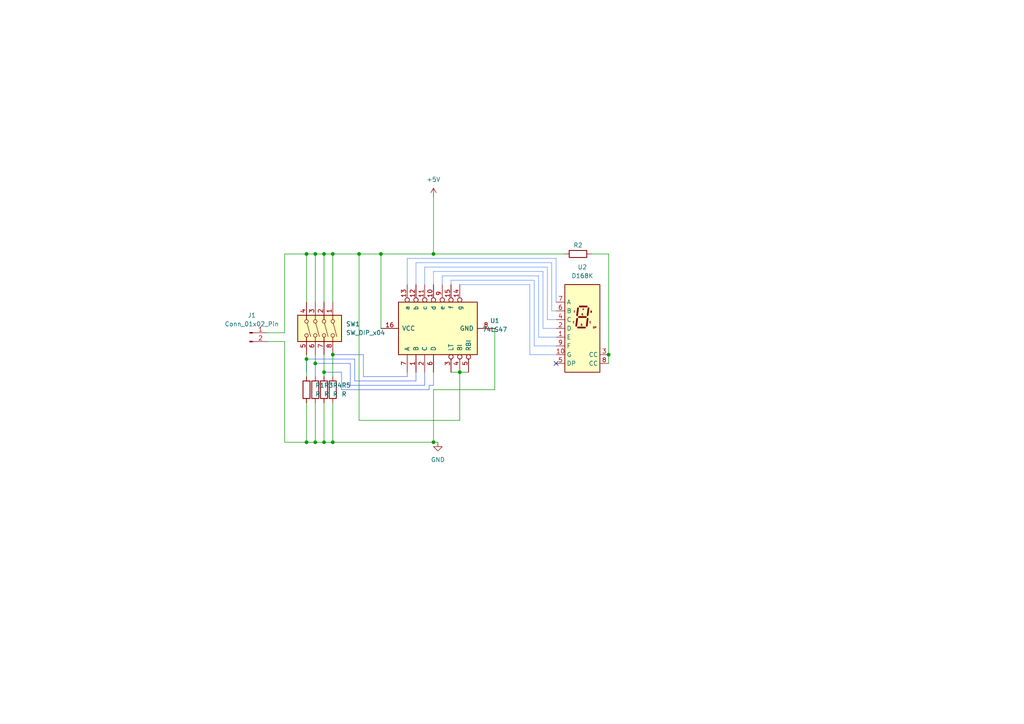
<source format=kicad_sch>
(kicad_sch (version 20230121) (generator eeschema)

  (uuid 2fc17710-be34-4d49-9828-c78d48e3e226)

  (paper "A4")

  (title_block
    (title "7 segment pcb")
  )

  (lib_symbols
    (symbol "74xx:74LS47" (pin_names (offset 1.016)) (in_bom yes) (on_board yes)
      (property "Reference" "U" (at -7.62 11.43 0)
        (effects (font (size 1.27 1.27)))
      )
      (property "Value" "74LS47" (at -7.62 -13.97 0)
        (effects (font (size 1.27 1.27)))
      )
      (property "Footprint" "" (at 0 0 0)
        (effects (font (size 1.27 1.27)) hide)
      )
      (property "Datasheet" "http://www.ti.com/lit/gpn/sn74LS47" (at 0 0 0)
        (effects (font (size 1.27 1.27)) hide)
      )
      (property "ki_locked" "" (at 0 0 0)
        (effects (font (size 1.27 1.27)))
      )
      (property "ki_keywords" "TTL DECOD DECOD7 OpenCol" (at 0 0 0)
        (effects (font (size 1.27 1.27)) hide)
      )
      (property "ki_description" "BCD to 7-segment Driver, Open Collector, 30V outputs" (at 0 0 0)
        (effects (font (size 1.27 1.27)) hide)
      )
      (property "ki_fp_filters" "DIP?16*" (at 0 0 0)
        (effects (font (size 1.27 1.27)) hide)
      )
      (symbol "74LS47_1_0"
        (pin input line (at -12.7 5.08 0) (length 5.08)
          (name "B" (effects (font (size 1.27 1.27))))
          (number "1" (effects (font (size 1.27 1.27))))
        )
        (pin open_collector inverted (at 12.7 0 180) (length 5.08)
          (name "d" (effects (font (size 1.27 1.27))))
          (number "10" (effects (font (size 1.27 1.27))))
        )
        (pin open_collector inverted (at 12.7 2.54 180) (length 5.08)
          (name "c" (effects (font (size 1.27 1.27))))
          (number "11" (effects (font (size 1.27 1.27))))
        )
        (pin open_collector inverted (at 12.7 5.08 180) (length 5.08)
          (name "b" (effects (font (size 1.27 1.27))))
          (number "12" (effects (font (size 1.27 1.27))))
        )
        (pin open_collector inverted (at 12.7 7.62 180) (length 5.08)
          (name "a" (effects (font (size 1.27 1.27))))
          (number "13" (effects (font (size 1.27 1.27))))
        )
        (pin open_collector inverted (at 12.7 -7.62 180) (length 5.08)
          (name "g" (effects (font (size 1.27 1.27))))
          (number "14" (effects (font (size 1.27 1.27))))
        )
        (pin open_collector inverted (at 12.7 -5.08 180) (length 5.08)
          (name "f" (effects (font (size 1.27 1.27))))
          (number "15" (effects (font (size 1.27 1.27))))
        )
        (pin power_in line (at 0 15.24 270) (length 5.08)
          (name "VCC" (effects (font (size 1.27 1.27))))
          (number "16" (effects (font (size 1.27 1.27))))
        )
        (pin input line (at -12.7 2.54 0) (length 5.08)
          (name "C" (effects (font (size 1.27 1.27))))
          (number "2" (effects (font (size 1.27 1.27))))
        )
        (pin input inverted (at -12.7 -5.08 0) (length 5.08)
          (name "LT" (effects (font (size 1.27 1.27))))
          (number "3" (effects (font (size 1.27 1.27))))
        )
        (pin input inverted (at -12.7 -7.62 0) (length 5.08)
          (name "BI" (effects (font (size 1.27 1.27))))
          (number "4" (effects (font (size 1.27 1.27))))
        )
        (pin input inverted (at -12.7 -10.16 0) (length 5.08)
          (name "RBI" (effects (font (size 1.27 1.27))))
          (number "5" (effects (font (size 1.27 1.27))))
        )
        (pin input line (at -12.7 0 0) (length 5.08)
          (name "D" (effects (font (size 1.27 1.27))))
          (number "6" (effects (font (size 1.27 1.27))))
        )
        (pin input line (at -12.7 7.62 0) (length 5.08)
          (name "A" (effects (font (size 1.27 1.27))))
          (number "7" (effects (font (size 1.27 1.27))))
        )
        (pin power_in line (at 0 -17.78 90) (length 5.08)
          (name "GND" (effects (font (size 1.27 1.27))))
          (number "8" (effects (font (size 1.27 1.27))))
        )
        (pin open_collector inverted (at 12.7 -2.54 180) (length 5.08)
          (name "e" (effects (font (size 1.27 1.27))))
          (number "9" (effects (font (size 1.27 1.27))))
        )
      )
      (symbol "74LS47_1_1"
        (rectangle (start -7.62 10.16) (end 7.62 -12.7)
          (stroke (width 0.254) (type default))
          (fill (type background))
        )
      )
    )
    (symbol "Connector:Conn_01x02_Pin" (pin_names (offset 1.016) hide) (in_bom yes) (on_board yes)
      (property "Reference" "J" (at 0 2.54 0)
        (effects (font (size 1.27 1.27)))
      )
      (property "Value" "Conn_01x02_Pin" (at 0 -5.08 0)
        (effects (font (size 1.27 1.27)))
      )
      (property "Footprint" "" (at 0 0 0)
        (effects (font (size 1.27 1.27)) hide)
      )
      (property "Datasheet" "~" (at 0 0 0)
        (effects (font (size 1.27 1.27)) hide)
      )
      (property "ki_locked" "" (at 0 0 0)
        (effects (font (size 1.27 1.27)))
      )
      (property "ki_keywords" "connector" (at 0 0 0)
        (effects (font (size 1.27 1.27)) hide)
      )
      (property "ki_description" "Generic connector, single row, 01x02, script generated" (at 0 0 0)
        (effects (font (size 1.27 1.27)) hide)
      )
      (property "ki_fp_filters" "Connector*:*_1x??_*" (at 0 0 0)
        (effects (font (size 1.27 1.27)) hide)
      )
      (symbol "Conn_01x02_Pin_1_1"
        (polyline
          (pts
            (xy 1.27 -2.54)
            (xy 0.8636 -2.54)
          )
          (stroke (width 0.1524) (type default))
          (fill (type none))
        )
        (polyline
          (pts
            (xy 1.27 0)
            (xy 0.8636 0)
          )
          (stroke (width 0.1524) (type default))
          (fill (type none))
        )
        (rectangle (start 0.8636 -2.413) (end 0 -2.667)
          (stroke (width 0.1524) (type default))
          (fill (type outline))
        )
        (rectangle (start 0.8636 0.127) (end 0 -0.127)
          (stroke (width 0.1524) (type default))
          (fill (type outline))
        )
        (pin passive line (at 5.08 0 180) (length 3.81)
          (name "Pin_1" (effects (font (size 1.27 1.27))))
          (number "1" (effects (font (size 1.27 1.27))))
        )
        (pin passive line (at 5.08 -2.54 180) (length 3.81)
          (name "Pin_2" (effects (font (size 1.27 1.27))))
          (number "2" (effects (font (size 1.27 1.27))))
        )
      )
    )
    (symbol "Device:R" (pin_numbers hide) (pin_names (offset 0)) (in_bom yes) (on_board yes)
      (property "Reference" "R" (at 2.032 0 90)
        (effects (font (size 1.27 1.27)))
      )
      (property "Value" "R" (at 0 0 90)
        (effects (font (size 1.27 1.27)))
      )
      (property "Footprint" "" (at -1.778 0 90)
        (effects (font (size 1.27 1.27)) hide)
      )
      (property "Datasheet" "~" (at 0 0 0)
        (effects (font (size 1.27 1.27)) hide)
      )
      (property "ki_keywords" "R res resistor" (at 0 0 0)
        (effects (font (size 1.27 1.27)) hide)
      )
      (property "ki_description" "Resistor" (at 0 0 0)
        (effects (font (size 1.27 1.27)) hide)
      )
      (property "ki_fp_filters" "R_*" (at 0 0 0)
        (effects (font (size 1.27 1.27)) hide)
      )
      (symbol "R_0_1"
        (rectangle (start -1.016 -2.54) (end 1.016 2.54)
          (stroke (width 0.254) (type default))
          (fill (type none))
        )
      )
      (symbol "R_1_1"
        (pin passive line (at 0 3.81 270) (length 1.27)
          (name "~" (effects (font (size 1.27 1.27))))
          (number "1" (effects (font (size 1.27 1.27))))
        )
        (pin passive line (at 0 -3.81 90) (length 1.27)
          (name "~" (effects (font (size 1.27 1.27))))
          (number "2" (effects (font (size 1.27 1.27))))
        )
      )
    )
    (symbol "Display_Character:D168K" (in_bom yes) (on_board yes)
      (property "Reference" "U" (at -2.54 13.97 0)
        (effects (font (size 1.27 1.27)) (justify right))
      )
      (property "Value" "D168K" (at 1.27 13.97 0)
        (effects (font (size 1.27 1.27)) (justify left))
      )
      (property "Footprint" "Display_7Segment:D1X8K" (at 0 -15.24 0)
        (effects (font (size 1.27 1.27)) hide)
      )
      (property "Datasheet" "https://ia800903.us.archive.org/24/items/CTKD1x8K/Cromatek%20D168K.pdf" (at -12.7 12.065 0)
        (effects (font (size 1.27 1.27)) (justify left) hide)
      )
      (property "ki_keywords" "display LED 7-segment" (at 0 0 0)
        (effects (font (size 1.27 1.27)) hide)
      )
      (property "ki_description" "One digit 7 segment ultra bright red LED, low current, common cathode" (at 0 0 0)
        (effects (font (size 1.27 1.27)) hide)
      )
      (property "ki_fp_filters" "D1X8K*" (at 0 0 0)
        (effects (font (size 1.27 1.27)) hide)
      )
      (symbol "D168K_0_0"
        (text "A" (at 0.254 5.588 0)
          (effects (font (size 0.508 0.508)))
        )
        (text "B" (at 2.54 4.826 0)
          (effects (font (size 0.508 0.508)))
        )
        (text "C" (at 2.286 1.778 0)
          (effects (font (size 0.508 0.508)))
        )
        (text "D" (at -0.254 1.016 0)
          (effects (font (size 0.508 0.508)))
        )
        (text "DP" (at 3.556 0.254 0)
          (effects (font (size 0.508 0.508)))
        )
        (text "E" (at -2.54 1.778 0)
          (effects (font (size 0.508 0.508)))
        )
        (text "F" (at -2.286 4.826 0)
          (effects (font (size 0.508 0.508)))
        )
        (text "G" (at 0 4.064 0)
          (effects (font (size 0.508 0.508)))
        )
      )
      (symbol "D168K_0_1"
        (rectangle (start -5.08 12.7) (end 5.08 -12.7)
          (stroke (width 0.254) (type default))
          (fill (type background))
        )
        (polyline
          (pts
            (xy -1.524 2.794)
            (xy -1.778 0.762)
          )
          (stroke (width 0.508) (type default))
          (fill (type none))
        )
        (polyline
          (pts
            (xy -1.27 0.254)
            (xy 0.762 0.254)
          )
          (stroke (width 0.508) (type default))
          (fill (type none))
        )
        (polyline
          (pts
            (xy -1.27 5.842)
            (xy -1.524 3.81)
          )
          (stroke (width 0.508) (type default))
          (fill (type none))
        )
        (polyline
          (pts
            (xy -1.016 3.302)
            (xy 1.016 3.302)
          )
          (stroke (width 0.508) (type default))
          (fill (type none))
        )
        (polyline
          (pts
            (xy -0.762 6.35)
            (xy 1.27 6.35)
          )
          (stroke (width 0.508) (type default))
          (fill (type none))
        )
        (polyline
          (pts
            (xy 1.524 2.794)
            (xy 1.27 0.762)
          )
          (stroke (width 0.508) (type default))
          (fill (type none))
        )
        (polyline
          (pts
            (xy 1.778 5.842)
            (xy 1.524 3.81)
          )
          (stroke (width 0.508) (type default))
          (fill (type none))
        )
        (polyline
          (pts
            (xy 2.54 0.254)
            (xy 2.54 0.254)
          )
          (stroke (width 0.508) (type default))
          (fill (type none))
        )
      )
      (symbol "D168K_1_1"
        (pin input line (at -7.62 -2.54 0) (length 2.54)
          (name "E" (effects (font (size 1.27 1.27))))
          (number "1" (effects (font (size 1.27 1.27))))
        )
        (pin input line (at -7.62 -7.62 0) (length 2.54)
          (name "G" (effects (font (size 1.27 1.27))))
          (number "10" (effects (font (size 1.27 1.27))))
        )
        (pin input line (at -7.62 0 0) (length 2.54)
          (name "D" (effects (font (size 1.27 1.27))))
          (number "2" (effects (font (size 1.27 1.27))))
        )
        (pin input line (at 7.62 -7.62 180) (length 2.54)
          (name "CC" (effects (font (size 1.27 1.27))))
          (number "3" (effects (font (size 1.27 1.27))))
        )
        (pin input line (at -7.62 2.54 0) (length 2.54)
          (name "C" (effects (font (size 1.27 1.27))))
          (number "4" (effects (font (size 1.27 1.27))))
        )
        (pin input line (at -7.62 -10.16 0) (length 2.54)
          (name "DP" (effects (font (size 1.27 1.27))))
          (number "5" (effects (font (size 1.27 1.27))))
        )
        (pin input line (at -7.62 5.08 0) (length 2.54)
          (name "B" (effects (font (size 1.27 1.27))))
          (number "6" (effects (font (size 1.27 1.27))))
        )
        (pin input line (at -7.62 7.62 0) (length 2.54)
          (name "A" (effects (font (size 1.27 1.27))))
          (number "7" (effects (font (size 1.27 1.27))))
        )
        (pin input line (at 7.62 -10.16 180) (length 2.54)
          (name "CC" (effects (font (size 1.27 1.27))))
          (number "8" (effects (font (size 1.27 1.27))))
        )
        (pin input line (at -7.62 -5.08 0) (length 2.54)
          (name "F" (effects (font (size 1.27 1.27))))
          (number "9" (effects (font (size 1.27 1.27))))
        )
      )
    )
    (symbol "Switch:SW_DIP_x04" (pin_names (offset 0) hide) (in_bom yes) (on_board yes)
      (property "Reference" "SW" (at 0 8.89 0)
        (effects (font (size 1.27 1.27)))
      )
      (property "Value" "SW_DIP_x04" (at 0 -6.35 0)
        (effects (font (size 1.27 1.27)))
      )
      (property "Footprint" "" (at 0 0 0)
        (effects (font (size 1.27 1.27)) hide)
      )
      (property "Datasheet" "~" (at 0 0 0)
        (effects (font (size 1.27 1.27)) hide)
      )
      (property "ki_keywords" "dip switch" (at 0 0 0)
        (effects (font (size 1.27 1.27)) hide)
      )
      (property "ki_description" "4x DIP Switch, Single Pole Single Throw (SPST) switch, small symbol" (at 0 0 0)
        (effects (font (size 1.27 1.27)) hide)
      )
      (property "ki_fp_filters" "SW?DIP?x4*" (at 0 0 0)
        (effects (font (size 1.27 1.27)) hide)
      )
      (symbol "SW_DIP_x04_0_0"
        (circle (center -2.032 -2.54) (radius 0.508)
          (stroke (width 0) (type default))
          (fill (type none))
        )
        (circle (center -2.032 0) (radius 0.508)
          (stroke (width 0) (type default))
          (fill (type none))
        )
        (circle (center -2.032 2.54) (radius 0.508)
          (stroke (width 0) (type default))
          (fill (type none))
        )
        (circle (center -2.032 5.08) (radius 0.508)
          (stroke (width 0) (type default))
          (fill (type none))
        )
        (polyline
          (pts
            (xy -1.524 -2.3876)
            (xy 2.3622 -1.3462)
          )
          (stroke (width 0) (type default))
          (fill (type none))
        )
        (polyline
          (pts
            (xy -1.524 0.127)
            (xy 2.3622 1.1684)
          )
          (stroke (width 0) (type default))
          (fill (type none))
        )
        (polyline
          (pts
            (xy -1.524 2.667)
            (xy 2.3622 3.7084)
          )
          (stroke (width 0) (type default))
          (fill (type none))
        )
        (polyline
          (pts
            (xy -1.524 5.207)
            (xy 2.3622 6.2484)
          )
          (stroke (width 0) (type default))
          (fill (type none))
        )
        (circle (center 2.032 -2.54) (radius 0.508)
          (stroke (width 0) (type default))
          (fill (type none))
        )
        (circle (center 2.032 0) (radius 0.508)
          (stroke (width 0) (type default))
          (fill (type none))
        )
        (circle (center 2.032 2.54) (radius 0.508)
          (stroke (width 0) (type default))
          (fill (type none))
        )
        (circle (center 2.032 5.08) (radius 0.508)
          (stroke (width 0) (type default))
          (fill (type none))
        )
      )
      (symbol "SW_DIP_x04_0_1"
        (rectangle (start -3.81 7.62) (end 3.81 -5.08)
          (stroke (width 0.254) (type default))
          (fill (type background))
        )
      )
      (symbol "SW_DIP_x04_1_1"
        (pin passive line (at -7.62 5.08 0) (length 5.08)
          (name "~" (effects (font (size 1.27 1.27))))
          (number "1" (effects (font (size 1.27 1.27))))
        )
        (pin passive line (at -7.62 2.54 0) (length 5.08)
          (name "~" (effects (font (size 1.27 1.27))))
          (number "2" (effects (font (size 1.27 1.27))))
        )
        (pin passive line (at -7.62 0 0) (length 5.08)
          (name "~" (effects (font (size 1.27 1.27))))
          (number "3" (effects (font (size 1.27 1.27))))
        )
        (pin passive line (at -7.62 -2.54 0) (length 5.08)
          (name "~" (effects (font (size 1.27 1.27))))
          (number "4" (effects (font (size 1.27 1.27))))
        )
        (pin passive line (at 7.62 -2.54 180) (length 5.08)
          (name "~" (effects (font (size 1.27 1.27))))
          (number "5" (effects (font (size 1.27 1.27))))
        )
        (pin passive line (at 7.62 0 180) (length 5.08)
          (name "~" (effects (font (size 1.27 1.27))))
          (number "6" (effects (font (size 1.27 1.27))))
        )
        (pin passive line (at 7.62 2.54 180) (length 5.08)
          (name "~" (effects (font (size 1.27 1.27))))
          (number "7" (effects (font (size 1.27 1.27))))
        )
        (pin passive line (at 7.62 5.08 180) (length 5.08)
          (name "~" (effects (font (size 1.27 1.27))))
          (number "8" (effects (font (size 1.27 1.27))))
        )
      )
    )
    (symbol "power:+5V" (power) (pin_names (offset 0)) (in_bom yes) (on_board yes)
      (property "Reference" "#PWR" (at 0 -3.81 0)
        (effects (font (size 1.27 1.27)) hide)
      )
      (property "Value" "+5V" (at 0 3.556 0)
        (effects (font (size 1.27 1.27)))
      )
      (property "Footprint" "" (at 0 0 0)
        (effects (font (size 1.27 1.27)) hide)
      )
      (property "Datasheet" "" (at 0 0 0)
        (effects (font (size 1.27 1.27)) hide)
      )
      (property "ki_keywords" "global power" (at 0 0 0)
        (effects (font (size 1.27 1.27)) hide)
      )
      (property "ki_description" "Power symbol creates a global label with name \"+5V\"" (at 0 0 0)
        (effects (font (size 1.27 1.27)) hide)
      )
      (symbol "+5V_0_1"
        (polyline
          (pts
            (xy -0.762 1.27)
            (xy 0 2.54)
          )
          (stroke (width 0) (type default))
          (fill (type none))
        )
        (polyline
          (pts
            (xy 0 0)
            (xy 0 2.54)
          )
          (stroke (width 0) (type default))
          (fill (type none))
        )
        (polyline
          (pts
            (xy 0 2.54)
            (xy 0.762 1.27)
          )
          (stroke (width 0) (type default))
          (fill (type none))
        )
      )
      (symbol "+5V_1_1"
        (pin power_in line (at 0 0 90) (length 0) hide
          (name "+5V" (effects (font (size 1.27 1.27))))
          (number "1" (effects (font (size 1.27 1.27))))
        )
      )
    )
    (symbol "power:GND" (power) (pin_names (offset 0)) (in_bom yes) (on_board yes)
      (property "Reference" "#PWR" (at 0 -6.35 0)
        (effects (font (size 1.27 1.27)) hide)
      )
      (property "Value" "GND" (at 0 -3.81 0)
        (effects (font (size 1.27 1.27)))
      )
      (property "Footprint" "" (at 0 0 0)
        (effects (font (size 1.27 1.27)) hide)
      )
      (property "Datasheet" "" (at 0 0 0)
        (effects (font (size 1.27 1.27)) hide)
      )
      (property "ki_keywords" "global power" (at 0 0 0)
        (effects (font (size 1.27 1.27)) hide)
      )
      (property "ki_description" "Power symbol creates a global label with name \"GND\" , ground" (at 0 0 0)
        (effects (font (size 1.27 1.27)) hide)
      )
      (symbol "GND_0_1"
        (polyline
          (pts
            (xy 0 0)
            (xy 0 -1.27)
            (xy 1.27 -1.27)
            (xy 0 -2.54)
            (xy -1.27 -1.27)
            (xy 0 -1.27)
          )
          (stroke (width 0) (type default))
          (fill (type none))
        )
      )
      (symbol "GND_1_1"
        (pin power_in line (at 0 0 270) (length 0) hide
          (name "GND" (effects (font (size 1.27 1.27))))
          (number "1" (effects (font (size 1.27 1.27))))
        )
      )
    )
  )

  (junction (at 96.52 73.66) (diameter 0) (color 0 0 0 0)
    (uuid 0744889e-c5c8-4ee3-8335-cc931b77a498)
  )
  (junction (at 125.73 73.66) (diameter 0) (color 0 0 0 0)
    (uuid 113d2ef3-3a90-48c4-acd2-00f64d135599)
  )
  (junction (at 93.98 107.95) (diameter 0) (color 0 0 0 0)
    (uuid 165bdbc5-764d-4e6b-abae-09c683ebd975)
  )
  (junction (at 133.35 107.95) (diameter 0) (color 0 0 0 0)
    (uuid 24dc2147-bfc8-4752-817f-080ed7c03b60)
  )
  (junction (at 96.52 128.27) (diameter 0) (color 0 0 0 0)
    (uuid 329b54ea-e23b-410e-91b9-4f740ae0b31c)
  )
  (junction (at 88.9 73.66) (diameter 0) (color 0 0 0 0)
    (uuid 335c294f-f8b3-4106-9f50-e610075bcb9c)
  )
  (junction (at 91.44 73.66) (diameter 0) (color 0 0 0 0)
    (uuid 3df1cadd-ec6f-4588-b8eb-e7d2a2537a35)
  )
  (junction (at 91.44 128.27) (diameter 0) (color 0 0 0 0)
    (uuid 411c3eb2-208d-456c-a895-084caa20bdc4)
  )
  (junction (at 110.49 73.66) (diameter 0) (color 0 0 0 0)
    (uuid 4a04f95c-7e5c-4f55-822c-d6872755c914)
  )
  (junction (at 88.9 104.14) (diameter 0) (color 0 0 0 0)
    (uuid 5188b635-2375-4055-9e73-074f6105c1d7)
  )
  (junction (at 96.52 102.87) (diameter 0) (color 0 0 0 0)
    (uuid 85ec036c-b370-4b25-8c5a-0849cb4be2f8)
  )
  (junction (at 93.98 73.66) (diameter 0) (color 0 0 0 0)
    (uuid 9bceb922-fa9b-4d33-ade6-75a55f32773a)
  )
  (junction (at 104.14 73.66) (diameter 0) (color 0 0 0 0)
    (uuid a6bacdd1-9bcc-47f9-88d8-133daa73b110)
  )
  (junction (at 93.98 128.27) (diameter 0) (color 0 0 0 0)
    (uuid c8fab4f7-db6d-4ec7-b709-361245e56f13)
  )
  (junction (at 91.44 105.41) (diameter 0) (color 0 0 0 0)
    (uuid d4a69845-66de-49cd-bc8a-4b4b6c17db5a)
  )
  (junction (at 88.9 128.27) (diameter 0) (color 0 0 0 0)
    (uuid e160e38b-d4d5-40c2-be90-ad9b0004ebce)
  )
  (junction (at 125.73 128.27) (diameter 0) (color 0 0 0 0)
    (uuid f73863cf-b6c9-40b6-bf56-93fb04d24ade)
  )
  (junction (at 176.53 102.87) (diameter 0) (color 0 0 0 0)
    (uuid fb680265-ac24-4fa7-8459-6c0e78c9e768)
  )

  (no_connect (at 161.29 105.41) (uuid f3752051-1e8d-408e-ac4c-0888c629a6ff))

  (wire (pts (xy 157.48 78.74) (xy 157.48 95.25))
    (stroke (width 0) (type default) (color 93 143 255 1))
    (uuid 039fdfd4-2ec7-4956-83a8-7092ccd115a7)
  )
  (wire (pts (xy 156.21 97.79) (xy 161.29 97.79))
    (stroke (width 0) (type default) (color 93 143 255 1))
    (uuid 04e82d23-cbc1-496d-852f-8a44f0cb93f9)
  )
  (wire (pts (xy 93.98 128.27) (xy 96.52 128.27))
    (stroke (width 0) (type default))
    (uuid 06ba216b-7883-41ff-b430-e61e14c96b64)
  )
  (wire (pts (xy 128.27 82.55) (xy 128.27 80.01))
    (stroke (width 0) (type default) (color 93 143 255 1))
    (uuid 07a5ceb8-2689-4546-b781-442a3d54e21d)
  )
  (wire (pts (xy 161.29 74.93) (xy 118.11 74.93))
    (stroke (width 0) (type default) (color 93 143 255 1))
    (uuid 0d261e48-d458-476a-9056-cf1bb06fbd71)
  )
  (wire (pts (xy 130.81 82.55) (xy 130.81 81.28))
    (stroke (width 0) (type default) (color 93 143 255 1))
    (uuid 0d99f4ca-4891-4e13-aa47-dcc6942db437)
  )
  (wire (pts (xy 91.44 73.66) (xy 93.98 73.66))
    (stroke (width 0) (type default))
    (uuid 105c3db4-5ddc-4a74-8f6d-1d0b558c83a1)
  )
  (wire (pts (xy 133.35 107.95) (xy 135.89 107.95))
    (stroke (width 0) (type default))
    (uuid 120e7bac-ac3d-4a04-aeea-12bbe4641bbf)
  )
  (wire (pts (xy 156.21 80.01) (xy 156.21 97.79))
    (stroke (width 0) (type default) (color 93 143 255 1))
    (uuid 1b1911c2-961c-4989-8486-9c76a399e0b3)
  )
  (wire (pts (xy 133.35 107.95) (xy 133.35 121.92))
    (stroke (width 0) (type default))
    (uuid 1c8bdad9-182c-44ef-908c-8529aea38d65)
  )
  (wire (pts (xy 120.65 76.2) (xy 160.02 76.2))
    (stroke (width 0) (type default) (color 93 143 255 1))
    (uuid 1f42ae01-e259-4ac6-812b-d4408c50c1b6)
  )
  (wire (pts (xy 96.52 102.87) (xy 96.52 109.22))
    (stroke (width 0) (type default))
    (uuid 228e4e32-8622-45ee-a41e-bef917b12e94)
  )
  (wire (pts (xy 133.35 121.92) (xy 104.14 121.92))
    (stroke (width 0) (type default))
    (uuid 23367617-fbb7-4a2c-8f45-09b9d11e6b51)
  )
  (wire (pts (xy 88.9 104.14) (xy 88.9 107.95))
    (stroke (width 0) (type default) (color 66 100 255 1))
    (uuid 2458e0c5-4910-4367-a122-58c8403b65ea)
  )
  (wire (pts (xy 118.11 74.93) (xy 118.11 82.55))
    (stroke (width 0) (type default) (color 93 143 255 1))
    (uuid 25ee57c4-7171-49db-b79f-0818d1594d3d)
  )
  (wire (pts (xy 96.52 128.27) (xy 125.73 128.27))
    (stroke (width 0) (type default))
    (uuid 270624f2-7540-49b0-aa7d-8091eed5f10d)
  )
  (wire (pts (xy 123.19 82.55) (xy 123.19 77.47))
    (stroke (width 0) (type default) (color 93 143 255 1))
    (uuid 28635f99-e964-4fdb-b9f4-d4a060a3b761)
  )
  (wire (pts (xy 124.46 111.76) (xy 124.46 113.03))
    (stroke (width 0) (type default) (color 66 100 255 1))
    (uuid 2d6ae8e7-de1d-486b-999c-63024c881fcf)
  )
  (wire (pts (xy 88.9 102.87) (xy 88.9 104.14))
    (stroke (width 0) (type default))
    (uuid 30f62e06-9a8b-43d6-8ae0-0f99cbeeb555)
  )
  (wire (pts (xy 158.75 92.71) (xy 161.29 92.71))
    (stroke (width 0) (type default) (color 93 143 255 1))
    (uuid 33a87935-80a2-4aba-a069-df4a001d3f0b)
  )
  (wire (pts (xy 93.98 102.87) (xy 93.98 107.95))
    (stroke (width 0) (type default))
    (uuid 35da4030-bce4-4821-aaad-19af45d46b9b)
  )
  (wire (pts (xy 154.94 81.28) (xy 154.94 100.33))
    (stroke (width 0) (type default) (color 93 143 255 1))
    (uuid 4530000c-4551-4bd7-87e6-aab9549e1928)
  )
  (wire (pts (xy 101.6 111.76) (xy 101.6 105.41))
    (stroke (width 0) (type default) (color 66 100 255 1))
    (uuid 4b977a3f-28f1-429c-a5a2-819ca259f77b)
  )
  (wire (pts (xy 118.11 107.95) (xy 118.11 109.22))
    (stroke (width 0) (type default) (color 66 100 255 1))
    (uuid 4db82b3e-a705-4e4e-9a44-7fcf47787035)
  )
  (wire (pts (xy 88.9 116.84) (xy 88.9 128.27))
    (stroke (width 0) (type default))
    (uuid 5177e671-f4a1-4386-bb6b-120e5f0d7b93)
  )
  (wire (pts (xy 104.14 73.66) (xy 110.49 73.66))
    (stroke (width 0) (type default))
    (uuid 538b12bc-133e-4c5f-acd9-5169eaf8a8e5)
  )
  (wire (pts (xy 82.55 128.27) (xy 88.9 128.27))
    (stroke (width 0) (type default))
    (uuid 563b87c1-1a9b-4573-8e05-723fdd60a862)
  )
  (wire (pts (xy 104.14 73.66) (xy 104.14 121.92))
    (stroke (width 0) (type default))
    (uuid 5645a9cd-a6f2-40f2-8584-5cce1c95f44f)
  )
  (wire (pts (xy 82.55 99.06) (xy 82.55 128.27))
    (stroke (width 0) (type default))
    (uuid 57078401-920c-46b1-b735-a68bc87b071a)
  )
  (wire (pts (xy 130.81 107.95) (xy 133.35 107.95))
    (stroke (width 0) (type default))
    (uuid 5e65cdc9-1a29-4306-a618-2202169f6a11)
  )
  (wire (pts (xy 82.55 73.66) (xy 88.9 73.66))
    (stroke (width 0) (type default))
    (uuid 5e7762da-906e-4ce4-a32a-26a6b614f250)
  )
  (wire (pts (xy 124.46 113.03) (xy 99.06 113.03))
    (stroke (width 0) (type default) (color 66 100 255 1))
    (uuid 603ff46b-a8be-4b3a-be2f-0cdef745c147)
  )
  (wire (pts (xy 128.27 80.01) (xy 156.21 80.01))
    (stroke (width 0) (type default) (color 93 143 255 1))
    (uuid 61eb498f-25e9-4998-815d-3dc15bd1a2a9)
  )
  (wire (pts (xy 93.98 107.95) (xy 93.98 109.22))
    (stroke (width 0) (type default))
    (uuid 64457b14-d48e-4575-83f2-f1a9afbcca2f)
  )
  (wire (pts (xy 133.35 82.55) (xy 153.67 82.55))
    (stroke (width 0) (type default) (color 93 143 255 1))
    (uuid 646fbe5c-0567-4f2a-8537-3f95819e8a4d)
  )
  (wire (pts (xy 82.55 96.52) (xy 82.55 73.66))
    (stroke (width 0) (type default))
    (uuid 68d2408d-12bc-45f5-81f4-f1d68ba9c7ee)
  )
  (wire (pts (xy 125.73 78.74) (xy 157.48 78.74))
    (stroke (width 0) (type default) (color 93 143 255 1))
    (uuid 6c8985e4-9473-453b-8c69-fcb672ee4516)
  )
  (wire (pts (xy 118.11 109.22) (xy 105.41 109.22))
    (stroke (width 0) (type default) (color 66 100 255 1))
    (uuid 72645637-939f-4812-af85-2ed11f068ca1)
  )
  (wire (pts (xy 160.02 90.17) (xy 161.29 90.17))
    (stroke (width 0) (type default) (color 93 143 255 1))
    (uuid 74a940b0-197e-4f95-a117-b7da0fa45e29)
  )
  (wire (pts (xy 123.19 77.47) (xy 158.75 77.47))
    (stroke (width 0) (type default) (color 93 143 255 1))
    (uuid 76820c0f-c445-432f-9cef-a82ae6151ddc)
  )
  (wire (pts (xy 130.81 81.28) (xy 154.94 81.28))
    (stroke (width 0) (type default) (color 93 143 255 1))
    (uuid 77e96480-5879-4753-ba45-4c0dc0b20f80)
  )
  (wire (pts (xy 102.87 104.14) (xy 88.9 104.14))
    (stroke (width 0) (type default) (color 66 100 255 1))
    (uuid 7e6c6807-a110-4da4-bac2-f2ac881272f8)
  )
  (wire (pts (xy 102.87 110.49) (xy 102.87 104.14))
    (stroke (width 0) (type default) (color 66 100 255 1))
    (uuid 81397cef-ef17-4292-9892-d7cf9055c9f1)
  )
  (wire (pts (xy 125.73 113.03) (xy 125.73 128.27))
    (stroke (width 0) (type default))
    (uuid 824deebb-309a-4d5f-b09a-c2de94d3e814)
  )
  (wire (pts (xy 88.9 104.14) (xy 88.9 109.22))
    (stroke (width 0) (type default))
    (uuid 827c27cd-d532-4d21-8fb9-c636d863ff3d)
  )
  (wire (pts (xy 176.53 105.41) (xy 176.53 102.87))
    (stroke (width 0) (type default))
    (uuid 83c2f22e-4b84-44e8-be50-3496e64cb3d3)
  )
  (wire (pts (xy 91.44 105.41) (xy 91.44 109.22))
    (stroke (width 0) (type default) (color 66 100 255 1))
    (uuid 869447ab-4dbc-4acf-9970-57abde68db5c)
  )
  (wire (pts (xy 93.98 87.63) (xy 93.98 73.66))
    (stroke (width 0) (type default))
    (uuid 88655f6e-14de-4be1-9ef3-3af66d8a4c5e)
  )
  (wire (pts (xy 88.9 73.66) (xy 91.44 73.66))
    (stroke (width 0) (type default))
    (uuid 8c06df8f-bfc3-4a56-809e-4f966daa9139)
  )
  (wire (pts (xy 91.44 102.87) (xy 91.44 105.41))
    (stroke (width 0) (type default))
    (uuid 8c5c2d8f-fa89-4569-a738-742131e01300)
  )
  (wire (pts (xy 110.49 73.66) (xy 125.73 73.66))
    (stroke (width 0) (type default))
    (uuid 8f8c3811-696f-40e0-aca8-d0acd6022ee6)
  )
  (wire (pts (xy 93.98 116.84) (xy 93.98 128.27))
    (stroke (width 0) (type default))
    (uuid 8f988e3d-4522-4c2c-8bcf-b48ae86d8b72)
  )
  (wire (pts (xy 77.47 96.52) (xy 82.55 96.52))
    (stroke (width 0) (type default))
    (uuid 94857403-3074-41da-ae7a-a8f0963fefbe)
  )
  (wire (pts (xy 88.9 87.63) (xy 88.9 73.66))
    (stroke (width 0) (type default))
    (uuid 96623b66-bb93-463f-84cc-73f4fea9d117)
  )
  (wire (pts (xy 91.44 105.41) (xy 91.44 109.22))
    (stroke (width 0) (type default))
    (uuid a55da364-51dc-41c3-a067-2927e681462f)
  )
  (wire (pts (xy 160.02 76.2) (xy 160.02 90.17))
    (stroke (width 0) (type default) (color 93 143 255 1))
    (uuid a7a124d9-9906-46db-b514-329314affb22)
  )
  (wire (pts (xy 176.53 73.66) (xy 171.45 73.66))
    (stroke (width 0) (type default))
    (uuid ab4f280c-3713-41c5-87b3-b1a0aec07e58)
  )
  (wire (pts (xy 125.73 57.15) (xy 125.73 73.66))
    (stroke (width 0) (type default))
    (uuid ac447ee4-0795-438c-a99c-a9ad10f91851)
  )
  (wire (pts (xy 91.44 128.27) (xy 93.98 128.27))
    (stroke (width 0) (type default))
    (uuid b07155e5-bb04-4e49-a8d3-006d2ed7ab08)
  )
  (wire (pts (xy 91.44 116.84) (xy 91.44 128.27))
    (stroke (width 0) (type default))
    (uuid b15f9a63-d967-49b7-b5b3-c4746f1749d5)
  )
  (wire (pts (xy 120.65 110.49) (xy 102.87 110.49))
    (stroke (width 0) (type default) (color 66 100 255 1))
    (uuid b46892cf-7715-4b88-a3f7-537a84f2d107)
  )
  (wire (pts (xy 123.19 111.76) (xy 101.6 111.76))
    (stroke (width 0) (type default) (color 66 100 255 1))
    (uuid b4cb9332-3406-48fb-bf36-7fe95454be66)
  )
  (wire (pts (xy 125.73 111.76) (xy 124.46 111.76))
    (stroke (width 0) (type default) (color 66 100 255 1))
    (uuid b58c7cf1-78bd-4681-bec7-9b7ec8976f82)
  )
  (wire (pts (xy 176.53 102.87) (xy 176.53 73.66))
    (stroke (width 0) (type default))
    (uuid b5a09107-15d6-4533-affc-5b861e067d57)
  )
  (wire (pts (xy 143.51 113.03) (xy 125.73 113.03))
    (stroke (width 0) (type default))
    (uuid b7b940a4-92ff-4b11-9f5f-0d9d3a799e0e)
  )
  (wire (pts (xy 125.73 128.27) (xy 127 128.27))
    (stroke (width 0) (type default))
    (uuid bdddb36c-7d07-40d0-96d5-319aaf424ae6)
  )
  (wire (pts (xy 93.98 73.66) (xy 96.52 73.66))
    (stroke (width 0) (type default))
    (uuid be9c2a77-c556-4491-9b58-3d8d9ae1dea7)
  )
  (wire (pts (xy 158.75 77.47) (xy 158.75 92.71))
    (stroke (width 0) (type default) (color 93 143 255 1))
    (uuid bf2b7c3a-8a19-4cdf-8d30-7f5484d0c23d)
  )
  (wire (pts (xy 99.06 113.03) (xy 99.06 107.95))
    (stroke (width 0) (type default) (color 66 100 255 1))
    (uuid c88b6c57-eab2-4916-9e95-dcc13f82a7db)
  )
  (wire (pts (xy 120.65 82.55) (xy 120.65 76.2))
    (stroke (width 0) (type default) (color 93 143 255 1))
    (uuid c8d47694-661a-4bc8-a719-915bba170433)
  )
  (wire (pts (xy 123.19 107.95) (xy 123.19 111.76))
    (stroke (width 0) (type default) (color 66 100 255 1))
    (uuid c936d929-3a35-48d6-a6a0-0f93488229f2)
  )
  (wire (pts (xy 88.9 128.27) (xy 91.44 128.27))
    (stroke (width 0) (type default))
    (uuid cb27a091-7b91-4b2d-8bd5-d5b2fe594e63)
  )
  (wire (pts (xy 153.67 102.87) (xy 161.29 102.87))
    (stroke (width 0) (type default) (color 93 143 255 1))
    (uuid cb31a774-87d3-4681-9a4b-1872b7410e7b)
  )
  (wire (pts (xy 91.44 73.66) (xy 91.44 87.63))
    (stroke (width 0) (type default))
    (uuid cfaa7ba9-fb88-420b-a1d6-bfe70c8e94c5)
  )
  (wire (pts (xy 96.52 73.66) (xy 96.52 87.63))
    (stroke (width 0) (type default))
    (uuid d4ed03ed-666f-4438-9b55-ae6bc0816f22)
  )
  (wire (pts (xy 105.41 109.22) (xy 105.41 102.87))
    (stroke (width 0) (type default) (color 66 100 255 1))
    (uuid d86fcae6-a194-4c86-aa36-75e7a5cdc4d8)
  )
  (wire (pts (xy 99.06 107.95) (xy 93.98 107.95))
    (stroke (width 0) (type default) (color 66 100 255 1))
    (uuid dd59b3b2-ad22-4b98-ab5c-60d2722b0819)
  )
  (wire (pts (xy 120.65 107.95) (xy 120.65 110.49))
    (stroke (width 0) (type default) (color 66 100 255 1))
    (uuid df20f660-f736-441a-b1ae-3f85782830c8)
  )
  (wire (pts (xy 143.51 95.25) (xy 143.51 113.03))
    (stroke (width 0) (type default))
    (uuid df2ae163-cd16-4a17-915b-0f7ff03c0760)
  )
  (wire (pts (xy 96.52 116.84) (xy 96.52 128.27))
    (stroke (width 0) (type default))
    (uuid e3f760ee-d10a-4b56-86e0-bb106b25faf8)
  )
  (wire (pts (xy 91.44 105.41) (xy 101.6 105.41))
    (stroke (width 0) (type default) (color 66 100 255 1))
    (uuid e46acd52-370d-4fdd-97ac-5b8216a1b58e)
  )
  (wire (pts (xy 153.67 82.55) (xy 153.67 102.87))
    (stroke (width 0) (type default) (color 93 143 255 1))
    (uuid e898467e-391d-478a-a75e-9f24952fcd02)
  )
  (wire (pts (xy 125.73 107.95) (xy 125.73 111.76))
    (stroke (width 0) (type default) (color 66 100 255 1))
    (uuid e8d13d7d-afa7-4d79-bf2a-c8852a7a67e2)
  )
  (wire (pts (xy 154.94 100.33) (xy 161.29 100.33))
    (stroke (width 0) (type default) (color 93 143 255 1))
    (uuid e8e74e1a-5772-460b-a088-2849b375ab2a)
  )
  (wire (pts (xy 125.73 82.55) (xy 125.73 78.74))
    (stroke (width 0) (type default) (color 93 143 255 1))
    (uuid ed59c2b4-9ab5-4574-997a-eaae7c72c6d9)
  )
  (wire (pts (xy 96.52 73.66) (xy 104.14 73.66))
    (stroke (width 0) (type default))
    (uuid f31f0208-4173-470f-9ee9-9dbde5667455)
  )
  (wire (pts (xy 157.48 95.25) (xy 161.29 95.25))
    (stroke (width 0) (type default) (color 93 143 255 1))
    (uuid f4f4ca0c-9eb2-4af0-a473-ccc061c61822)
  )
  (wire (pts (xy 77.47 99.06) (xy 82.55 99.06))
    (stroke (width 0) (type default))
    (uuid f71dec5b-a4e4-44c5-9167-33cffd67849f)
  )
  (wire (pts (xy 161.29 87.63) (xy 161.29 74.93))
    (stroke (width 0) (type default) (color 93 143 255 1))
    (uuid f9252b0b-bdda-45a8-aea3-8622ee2256b5)
  )
  (wire (pts (xy 105.41 102.87) (xy 96.52 102.87))
    (stroke (width 0) (type default) (color 66 100 255 1))
    (uuid fb008c98-cffd-465e-a46e-7657d51b080d)
  )
  (wire (pts (xy 125.73 73.66) (xy 163.83 73.66))
    (stroke (width 0) (type default))
    (uuid fd81285b-9d0f-4aa4-9c46-8c68deb6b188)
  )
  (wire (pts (xy 110.49 95.25) (xy 110.49 73.66))
    (stroke (width 0) (type default))
    (uuid ff746f5b-447e-49be-ac02-37d384a1021c)
  )

  (symbol (lib_id "Display_Character:D168K") (at 168.91 95.25 0) (unit 1)
    (in_bom yes) (on_board yes) (dnp no) (fields_autoplaced)
    (uuid 06b278a5-2863-4f8f-ab30-7329d4e6c27c)
    (property "Reference" "U2" (at 168.91 77.47 0)
      (effects (font (size 1.27 1.27)))
    )
    (property "Value" "D168K" (at 168.91 80.01 0)
      (effects (font (size 1.27 1.27)))
    )
    (property "Footprint" "Display_7Segment:AD-121F2" (at 168.91 110.49 0)
      (effects (font (size 1.27 1.27)) hide)
    )
    (property "Datasheet" "https://ia800903.us.archive.org/24/items/CTKD1x8K/Cromatek%20D168K.pdf" (at 156.21 83.185 0)
      (effects (font (size 1.27 1.27)) (justify left) hide)
    )
    (pin "1" (uuid c34b09af-bece-4371-ae94-1fe7337e143e))
    (pin "10" (uuid a227e68b-3186-46d0-b4dd-24ffbe9585df))
    (pin "2" (uuid cf71dcd4-dfdb-4e8d-9254-99bc281d0aad))
    (pin "3" (uuid e421773c-06a9-438a-8f22-dfd3130b0df3))
    (pin "4" (uuid 9d169ae6-5275-4c34-a170-e08ea952e275))
    (pin "5" (uuid b2cf642b-9c68-4607-b632-224b89b6bf3c))
    (pin "6" (uuid 1e395a38-7209-4017-b447-40668362f079))
    (pin "7" (uuid 710974f1-42ea-49a5-9707-5f5ff875f822))
    (pin "8" (uuid 7f524538-e6e0-4104-af9b-8d41b98a04e5))
    (pin "9" (uuid ecbc8f25-d072-496b-b1bf-1d251ef693db))
    (instances
      (project "7 segmetn display"
        (path "/2fc17710-be34-4d49-9828-c78d48e3e226"
          (reference "U2") (unit 1)
        )
      )
    )
  )

  (symbol (lib_id "Device:R") (at 96.52 113.03 0) (unit 1)
    (in_bom yes) (on_board yes) (dnp no) (fields_autoplaced)
    (uuid 56c77255-a67f-470a-adae-3b8cc1e50a21)
    (property "Reference" "R5" (at 99.06 111.76 0)
      (effects (font (size 1.27 1.27)) (justify left))
    )
    (property "Value" "R" (at 99.06 114.3 0)
      (effects (font (size 1.27 1.27)) (justify left))
    )
    (property "Footprint" "Resistor_THT:R_Axial_DIN0309_L9.0mm_D3.2mm_P12.70mm_Horizontal" (at 94.742 113.03 90)
      (effects (font (size 1.27 1.27)) hide)
    )
    (property "Datasheet" "~" (at 96.52 113.03 0)
      (effects (font (size 1.27 1.27)) hide)
    )
    (pin "1" (uuid deffe3bb-d071-414b-a9b6-70a159bb83db))
    (pin "2" (uuid 14649a46-3482-458d-8243-84bc4aa0e28b))
    (instances
      (project "7 segmetn display"
        (path "/2fc17710-be34-4d49-9828-c78d48e3e226"
          (reference "R5") (unit 1)
        )
      )
    )
  )

  (symbol (lib_id "Connector:Conn_01x02_Pin") (at 72.39 96.52 0) (unit 1)
    (in_bom yes) (on_board yes) (dnp no) (fields_autoplaced)
    (uuid 5b61227f-bf81-4c06-a67b-3e17d1b31042)
    (property "Reference" "J1" (at 73.025 91.44 0)
      (effects (font (size 1.27 1.27)))
    )
    (property "Value" "Conn_01x02_Pin" (at 73.025 93.98 0)
      (effects (font (size 1.27 1.27)))
    )
    (property "Footprint" "Connector_PinSocket_2.54mm:PinSocket_1x02_P2.54mm_Vertical" (at 72.39 96.52 0)
      (effects (font (size 1.27 1.27)) hide)
    )
    (property "Datasheet" "~" (at 72.39 96.52 0)
      (effects (font (size 1.27 1.27)) hide)
    )
    (pin "1" (uuid ffb1ac70-b296-4fb3-bc25-f0d76b0d74e9))
    (pin "2" (uuid cbe613e4-2f88-4162-bc74-45db638aeecd))
    (instances
      (project "7 segmetn display"
        (path "/2fc17710-be34-4d49-9828-c78d48e3e226"
          (reference "J1") (unit 1)
        )
      )
    )
  )

  (symbol (lib_id "Switch:SW_DIP_x04") (at 91.44 95.25 270) (unit 1)
    (in_bom yes) (on_board yes) (dnp no) (fields_autoplaced)
    (uuid 69be446c-fe56-49f6-8a2b-eb8284bce432)
    (property "Reference" "SW1" (at 100.33 93.98 90)
      (effects (font (size 1.27 1.27)) (justify left))
    )
    (property "Value" "SW_DIP_x04" (at 100.33 96.52 90)
      (effects (font (size 1.27 1.27)) (justify left))
    )
    (property "Footprint" "Button_Switch_THT:SW_DIP_SPSTx04_Slide_9.78x12.34mm_W7.62mm_P2.54mm" (at 91.44 95.25 0)
      (effects (font (size 1.27 1.27)) hide)
    )
    (property "Datasheet" "~" (at 91.44 95.25 0)
      (effects (font (size 1.27 1.27)) hide)
    )
    (pin "1" (uuid 90ab0623-777e-4218-b9ad-71f5e11ee405))
    (pin "2" (uuid f437616a-c65b-4ecd-bb94-51053bef1d6f))
    (pin "3" (uuid c3aa153a-b6b7-4b61-b5bd-bb9d5da85ada))
    (pin "4" (uuid e63fe163-8a6c-40c8-b6ed-4654cef9c89f))
    (pin "5" (uuid 58bfab11-8a90-45fc-b9ef-4fa027b057f7))
    (pin "6" (uuid e4bfea37-3e18-4ca2-a08f-b6c621b6fe1c))
    (pin "7" (uuid 06c3787f-4833-460e-8d6c-24900052f099))
    (pin "8" (uuid 7707de3d-77b1-44a2-93c9-f0c4816960f8))
    (instances
      (project "7 segmetn display"
        (path "/2fc17710-be34-4d49-9828-c78d48e3e226"
          (reference "SW1") (unit 1)
        )
      )
    )
  )

  (symbol (lib_id "Device:R") (at 93.98 113.03 0) (unit 1)
    (in_bom yes) (on_board yes) (dnp no) (fields_autoplaced)
    (uuid 70f74a3b-1029-4a88-9b8e-70577687f439)
    (property "Reference" "R4" (at 96.52 111.76 0)
      (effects (font (size 1.27 1.27)) (justify left))
    )
    (property "Value" "R" (at 96.52 114.3 0)
      (effects (font (size 1.27 1.27)) (justify left))
    )
    (property "Footprint" "Resistor_THT:R_Axial_DIN0309_L9.0mm_D3.2mm_P12.70mm_Horizontal" (at 92.202 113.03 90)
      (effects (font (size 1.27 1.27)) hide)
    )
    (property "Datasheet" "~" (at 93.98 113.03 0)
      (effects (font (size 1.27 1.27)) hide)
    )
    (pin "1" (uuid 1937f99c-ffd6-4ff4-85a8-56d6a0994ea0))
    (pin "2" (uuid fe982b2d-db8e-4cfd-8cf2-b42df4b32444))
    (instances
      (project "7 segmetn display"
        (path "/2fc17710-be34-4d49-9828-c78d48e3e226"
          (reference "R4") (unit 1)
        )
      )
    )
  )

  (symbol (lib_id "Device:R") (at 91.44 113.03 0) (unit 1)
    (in_bom yes) (on_board yes) (dnp no) (fields_autoplaced)
    (uuid 80832128-8f55-4772-aa94-b32ea2481855)
    (property "Reference" "R3" (at 93.98 111.76 0)
      (effects (font (size 1.27 1.27)) (justify left))
    )
    (property "Value" "R" (at 93.98 114.3 0)
      (effects (font (size 1.27 1.27)) (justify left))
    )
    (property "Footprint" "Resistor_THT:R_Axial_DIN0309_L9.0mm_D3.2mm_P12.70mm_Horizontal" (at 89.662 113.03 90)
      (effects (font (size 1.27 1.27)) hide)
    )
    (property "Datasheet" "~" (at 91.44 113.03 0)
      (effects (font (size 1.27 1.27)) hide)
    )
    (pin "1" (uuid 16445803-e046-4c69-af71-c0ad45c1be5f))
    (pin "2" (uuid 5acf69b0-0d97-4e54-8b11-b011211ef050))
    (instances
      (project "7 segmetn display"
        (path "/2fc17710-be34-4d49-9828-c78d48e3e226"
          (reference "R3") (unit 1)
        )
      )
    )
  )

  (symbol (lib_id "Device:R") (at 167.64 73.66 90) (unit 1)
    (in_bom yes) (on_board yes) (dnp no)
    (uuid 878597f9-b43d-4f5d-b8bd-4effeeded0f3)
    (property "Reference" "R2" (at 167.64 71.12 90)
      (effects (font (size 1.27 1.27)))
    )
    (property "Value" "R" (at 167.64 69.85 90)
      (effects (font (size 1.27 1.27)) hide)
    )
    (property "Footprint" "Resistor_THT:R_Axial_DIN0309_L9.0mm_D3.2mm_P12.70mm_Horizontal" (at 167.64 75.438 90)
      (effects (font (size 1.27 1.27)) hide)
    )
    (property "Datasheet" "~" (at 167.64 73.66 0)
      (effects (font (size 1.27 1.27)) hide)
    )
    (pin "1" (uuid e93620cf-61ba-42c2-a447-d1870f8748ef))
    (pin "2" (uuid 2e5314de-d52f-48d4-8252-7d2cf9dff4a6))
    (instances
      (project "7 segmetn display"
        (path "/2fc17710-be34-4d49-9828-c78d48e3e226"
          (reference "R2") (unit 1)
        )
      )
    )
  )

  (symbol (lib_id "power:+5V") (at 125.73 57.15 0) (unit 1)
    (in_bom yes) (on_board yes) (dnp no) (fields_autoplaced)
    (uuid ac82056b-a75b-443a-bcf9-5d3a3a7e7e08)
    (property "Reference" "#PWR01" (at 125.73 60.96 0)
      (effects (font (size 1.27 1.27)) hide)
    )
    (property "Value" "+5V" (at 125.73 52.07 0)
      (effects (font (size 1.27 1.27)))
    )
    (property "Footprint" "" (at 125.73 57.15 0)
      (effects (font (size 1.27 1.27)) hide)
    )
    (property "Datasheet" "" (at 125.73 57.15 0)
      (effects (font (size 1.27 1.27)) hide)
    )
    (pin "1" (uuid c0d357ef-4341-4146-b46f-9874b8110a17))
    (instances
      (project "7 segmetn display"
        (path "/2fc17710-be34-4d49-9828-c78d48e3e226"
          (reference "#PWR01") (unit 1)
        )
      )
    )
  )

  (symbol (lib_id "power:GND") (at 127 128.27 0) (unit 1)
    (in_bom yes) (on_board yes) (dnp no) (fields_autoplaced)
    (uuid b431232b-f843-4a38-86fd-683655b2e1b6)
    (property "Reference" "#PWR02" (at 127 134.62 0)
      (effects (font (size 1.27 1.27)) hide)
    )
    (property "Value" "GND" (at 127 133.35 0)
      (effects (font (size 1.27 1.27)))
    )
    (property "Footprint" "" (at 127 128.27 0)
      (effects (font (size 1.27 1.27)) hide)
    )
    (property "Datasheet" "" (at 127 128.27 0)
      (effects (font (size 1.27 1.27)) hide)
    )
    (pin "1" (uuid 81a189d6-d2a7-4b55-b991-4da23db6bdf6))
    (instances
      (project "7 segmetn display"
        (path "/2fc17710-be34-4d49-9828-c78d48e3e226"
          (reference "#PWR02") (unit 1)
        )
      )
    )
  )

  (symbol (lib_id "74xx:74LS47") (at 125.73 95.25 90) (unit 1)
    (in_bom yes) (on_board yes) (dnp no) (fields_autoplaced)
    (uuid be2eaff5-c89b-4ac4-823a-138cf700df85)
    (property "Reference" "U1" (at 143.51 93.0341 90)
      (effects (font (size 1.27 1.27)))
    )
    (property "Value" "74LS47" (at 143.51 95.5741 90)
      (effects (font (size 1.27 1.27)))
    )
    (property "Footprint" "Package_DIP:DIP-16_W7.62mm" (at 125.73 95.25 0)
      (effects (font (size 1.27 1.27)) hide)
    )
    (property "Datasheet" "http://www.ti.com/lit/gpn/sn74LS47" (at 125.73 95.25 0)
      (effects (font (size 1.27 1.27)) hide)
    )
    (pin "1" (uuid a5b839db-6ab0-452b-ad6a-56dd3b639c03))
    (pin "10" (uuid 03e5ed36-39ca-4994-8d70-ab9c5e965ed8))
    (pin "11" (uuid 3ec7c31b-31d3-4fe1-95e9-8069478a9e74))
    (pin "12" (uuid d66680c0-066a-41ca-9118-a50c967070d1))
    (pin "13" (uuid 7c16429b-5aea-433d-ac6c-e4fff2820eb9))
    (pin "14" (uuid c0ebbea1-a19f-4f71-a1ac-ed72ce616678))
    (pin "15" (uuid c477bdba-2e21-4032-bcce-da6c459acf8a))
    (pin "16" (uuid 9d5fa292-1cdf-4c33-be99-7b25443ec90f))
    (pin "2" (uuid c6b42bc3-01c4-4ffc-ab94-cc9f1896b558))
    (pin "3" (uuid c3dce51a-53fa-40ae-bead-6b69a16dd236))
    (pin "4" (uuid fd35ba75-b1e7-45ca-a356-822dece457fb))
    (pin "5" (uuid 1a6aea58-c561-4961-88ca-61117f3dd486))
    (pin "6" (uuid 1ef8ba29-1006-4b15-ad47-c834ac79f18f))
    (pin "7" (uuid a9732b8e-8da5-402e-b2c6-f9efaf43add1))
    (pin "8" (uuid 33226470-762a-4cbc-9d01-c276a09927b9))
    (pin "9" (uuid f3e5e1ef-708e-4ff7-bed9-ea91f39fec7f))
    (instances
      (project "7 segmetn display"
        (path "/2fc17710-be34-4d49-9828-c78d48e3e226"
          (reference "U1") (unit 1)
        )
      )
    )
  )

  (symbol (lib_id "Device:R") (at 88.9 113.03 0) (unit 1)
    (in_bom yes) (on_board yes) (dnp no) (fields_autoplaced)
    (uuid f2d62565-5eb9-48f0-819e-949b8bec6968)
    (property "Reference" "R1" (at 91.44 111.76 0)
      (effects (font (size 1.27 1.27)) (justify left))
    )
    (property "Value" "R" (at 91.44 114.3 0)
      (effects (font (size 1.27 1.27)) (justify left))
    )
    (property "Footprint" "Resistor_THT:R_Axial_DIN0309_L9.0mm_D3.2mm_P12.70mm_Horizontal" (at 87.122 113.03 90)
      (effects (font (size 1.27 1.27)) hide)
    )
    (property "Datasheet" "~" (at 88.9 113.03 0)
      (effects (font (size 1.27 1.27)) hide)
    )
    (pin "1" (uuid f77f2e1c-b4de-45a0-9501-ac4cd1309c7e))
    (pin "2" (uuid 71d9c037-fa71-4f43-a7ac-4f4b0c8ab0ab))
    (instances
      (project "7 segmetn display"
        (path "/2fc17710-be34-4d49-9828-c78d48e3e226"
          (reference "R1") (unit 1)
        )
      )
    )
  )

  (sheet_instances
    (path "/" (page "1"))
  )
)

</source>
